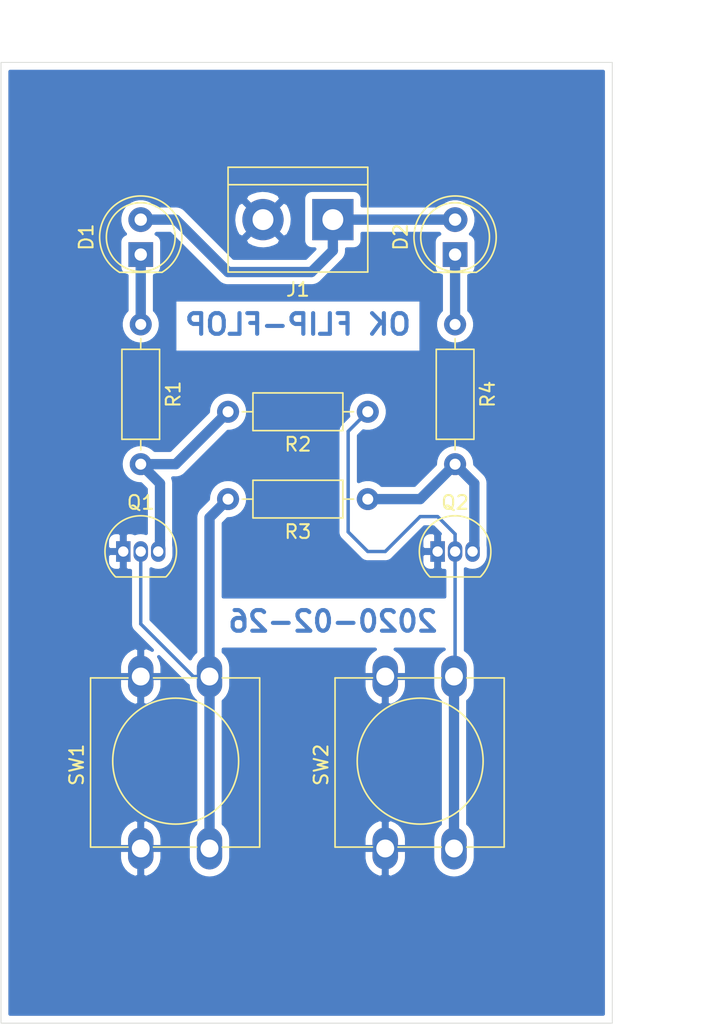
<source format=kicad_pcb>
(kicad_pcb (version 20171130) (host pcbnew "(5.1.4)-1")

  (general
    (thickness 1.6)
    (drawings 8)
    (tracks 38)
    (zones 0)
    (modules 11)
    (nets 9)
  )

  (page A4)
  (layers
    (0 F.Cu signal)
    (31 B.Cu signal)
    (32 B.Adhes user)
    (33 F.Adhes user)
    (34 B.Paste user)
    (35 F.Paste user)
    (36 B.SilkS user)
    (37 F.SilkS user)
    (38 B.Mask user)
    (39 F.Mask user)
    (40 Dwgs.User user)
    (41 Cmts.User user)
    (42 Eco1.User user)
    (43 Eco2.User user)
    (44 Edge.Cuts user)
    (45 Margin user)
    (46 B.CrtYd user)
    (47 F.CrtYd user)
    (48 B.Fab user)
    (49 F.Fab user)
  )

  (setup
    (last_trace_width 0.75)
    (user_trace_width 0.25)
    (trace_clearance 0.5)
    (zone_clearance 0.508)
    (zone_45_only no)
    (trace_min 0.2)
    (via_size 0.8)
    (via_drill 0.4)
    (via_min_size 0.4)
    (via_min_drill 0.3)
    (uvia_size 0.3)
    (uvia_drill 0.1)
    (uvias_allowed no)
    (uvia_min_size 0.2)
    (uvia_min_drill 0.1)
    (edge_width 0.05)
    (segment_width 0.2)
    (pcb_text_width 0.3)
    (pcb_text_size 1.5 1.5)
    (mod_edge_width 0.12)
    (mod_text_size 1 1)
    (mod_text_width 0.15)
    (pad_size 1.524 1.524)
    (pad_drill 0.762)
    (pad_to_mask_clearance 0.051)
    (solder_mask_min_width 0.25)
    (aux_axis_origin 0 0)
    (visible_elements 7FFFFFFF)
    (pcbplotparams
      (layerselection 0x00040_7ffffffe)
      (usegerberextensions false)
      (usegerberattributes false)
      (usegerberadvancedattributes false)
      (creategerberjobfile false)
      (excludeedgelayer true)
      (linewidth 0.100000)
      (plotframeref false)
      (viasonmask false)
      (mode 1)
      (useauxorigin false)
      (hpglpennumber 1)
      (hpglpenspeed 20)
      (hpglpendiameter 15.000000)
      (psnegative false)
      (psa4output false)
      (plotreference true)
      (plotvalue true)
      (plotinvisibletext false)
      (padsonsilk false)
      (subtractmaskfromsilk false)
      (outputformat 5)
      (mirror false)
      (drillshape 1)
      (scaleselection 1)
      (outputdirectory "./"))
  )

  (net 0 "")
  (net 1 VCC)
  (net 2 "Net-(D1-Pad1)")
  (net 3 "Net-(D2-Pad1)")
  (net 4 GND)
  (net 5 "Net-(Q1-Pad3)")
  (net 6 "Net-(Q1-Pad2)")
  (net 7 "Net-(Q2-Pad3)")
  (net 8 "Net-(Q2-Pad2)")

  (net_class Default "This is the default net class."
    (clearance 0.5)
    (trace_width 0.75)
    (via_dia 0.8)
    (via_drill 0.4)
    (uvia_dia 0.3)
    (uvia_drill 0.1)
    (add_net GND)
    (add_net "Net-(D1-Pad1)")
    (add_net "Net-(D2-Pad1)")
    (add_net "Net-(Q1-Pad2)")
    (add_net "Net-(Q1-Pad3)")
    (add_net "Net-(Q2-Pad2)")
    (add_net "Net-(Q2-Pad3)")
    (add_net VCC)
  )

  (module Button_Switch_THT:SW_PUSH-12mm (layer F.Cu) (tedit 5D160D14) (tstamp 5E579362)
    (at 156.21 127 90)
    (descr "SW PUSH 12mm https://www.e-switch.com/system/asset/product_line/data_sheet/143/TL1100.pdf")
    (tags "tact sw push 12mm")
    (path /5E576509)
    (fp_text reference SW2 (at 6.08 -4.66 90) (layer F.SilkS)
      (effects (font (size 1 1) (thickness 0.15)))
    )
    (fp_text value SW_Push (at 6.62 9.93 90) (layer F.Fab)
      (effects (font (size 1 1) (thickness 0.15)))
    )
    (fp_line (start 0.25 8.5) (end 12.25 8.5) (layer F.Fab) (width 0.1))
    (fp_line (start 0.25 -3.5) (end 12.25 -3.5) (layer F.Fab) (width 0.1))
    (fp_line (start 12.25 -3.5) (end 12.25 8.5) (layer F.Fab) (width 0.1))
    (fp_text user %R (at 6.35 2.54 90) (layer F.Fab)
      (effects (font (size 1 1) (thickness 0.15)))
    )
    (fp_line (start 0.1 -3.65) (end 12.4 -3.65) (layer F.SilkS) (width 0.12))
    (fp_line (start 12.4 0.93) (end 12.4 4.07) (layer F.SilkS) (width 0.12))
    (fp_line (start 12.4 8.65) (end 0.1 8.65) (layer F.SilkS) (width 0.12))
    (fp_line (start 0.1 -0.93) (end 0.1 -3.65) (layer F.SilkS) (width 0.12))
    (fp_line (start -1.77 -3.75) (end 14.25 -3.75) (layer F.CrtYd) (width 0.05))
    (fp_line (start -1.77 -3.75) (end -1.77 8.75) (layer F.CrtYd) (width 0.05))
    (fp_line (start 14.25 8.75) (end 14.25 -3.75) (layer F.CrtYd) (width 0.05))
    (fp_line (start 14.25 8.75) (end -1.77 8.75) (layer F.CrtYd) (width 0.05))
    (fp_circle (center 6.35 2.54) (end 10.16 5.08) (layer F.SilkS) (width 0.12))
    (fp_line (start 0.25 -3.5) (end 0.25 8.5) (layer F.Fab) (width 0.1))
    (fp_line (start 0.1 8.65) (end 0.1 5.93) (layer F.SilkS) (width 0.12))
    (fp_line (start 0.1 4.07) (end 0.1 0.93) (layer F.SilkS) (width 0.12))
    (fp_line (start 12.4 5.93) (end 12.4 8.65) (layer F.SilkS) (width 0.12))
    (fp_line (start 12.4 -3.65) (end 12.4 -0.93) (layer F.SilkS) (width 0.12))
    (pad 1 thru_hole oval (at 12.5 0 90) (size 3.048 1.85) (drill 1.3) (layers *.Cu *.Mask)
      (net 4 GND))
    (pad 2 thru_hole oval (at 12.5 5 90) (size 3.048 1.85) (drill 1.3) (layers *.Cu *.Mask)
      (net 8 "Net-(Q2-Pad2)"))
    (pad 1 thru_hole oval (at 0 0 90) (size 3.048 1.85) (drill 1.3) (layers *.Cu *.Mask)
      (net 4 GND))
    (pad 2 thru_hole oval (at 0 5 90) (size 3.048 1.85) (drill 1.3) (layers *.Cu *.Mask)
      (net 8 "Net-(Q2-Pad2)"))
    (model ${KISYS3DMOD}/Button_Switch_THT.3dshapes/SW_PUSH-12mm.wrl
      (at (xyz 0 0 0))
      (scale (xyz 1 1 1))
      (rotate (xyz 0 0 0))
    )
  )

  (module Button_Switch_THT:SW_PUSH-12mm (layer F.Cu) (tedit 5D160D14) (tstamp 5E579348)
    (at 138.43 127 90)
    (descr "SW PUSH 12mm https://www.e-switch.com/system/asset/product_line/data_sheet/143/TL1100.pdf")
    (tags "tact sw push 12mm")
    (path /5E5760AE)
    (fp_text reference SW1 (at 6.08 -4.66 90) (layer F.SilkS)
      (effects (font (size 1 1) (thickness 0.15)))
    )
    (fp_text value SW_Push (at 6.62 9.93 90) (layer F.Fab)
      (effects (font (size 1 1) (thickness 0.15)))
    )
    (fp_line (start 0.25 8.5) (end 12.25 8.5) (layer F.Fab) (width 0.1))
    (fp_line (start 0.25 -3.5) (end 12.25 -3.5) (layer F.Fab) (width 0.1))
    (fp_line (start 12.25 -3.5) (end 12.25 8.5) (layer F.Fab) (width 0.1))
    (fp_text user %R (at 6.35 2.54 90) (layer F.Fab)
      (effects (font (size 1 1) (thickness 0.15)))
    )
    (fp_line (start 0.1 -3.65) (end 12.4 -3.65) (layer F.SilkS) (width 0.12))
    (fp_line (start 12.4 0.93) (end 12.4 4.07) (layer F.SilkS) (width 0.12))
    (fp_line (start 12.4 8.65) (end 0.1 8.65) (layer F.SilkS) (width 0.12))
    (fp_line (start 0.1 -0.93) (end 0.1 -3.65) (layer F.SilkS) (width 0.12))
    (fp_line (start -1.77 -3.75) (end 14.25 -3.75) (layer F.CrtYd) (width 0.05))
    (fp_line (start -1.77 -3.75) (end -1.77 8.75) (layer F.CrtYd) (width 0.05))
    (fp_line (start 14.25 8.75) (end 14.25 -3.75) (layer F.CrtYd) (width 0.05))
    (fp_line (start 14.25 8.75) (end -1.77 8.75) (layer F.CrtYd) (width 0.05))
    (fp_circle (center 6.35 2.54) (end 10.16 5.08) (layer F.SilkS) (width 0.12))
    (fp_line (start 0.25 -3.5) (end 0.25 8.5) (layer F.Fab) (width 0.1))
    (fp_line (start 0.1 8.65) (end 0.1 5.93) (layer F.SilkS) (width 0.12))
    (fp_line (start 0.1 4.07) (end 0.1 0.93) (layer F.SilkS) (width 0.12))
    (fp_line (start 12.4 5.93) (end 12.4 8.65) (layer F.SilkS) (width 0.12))
    (fp_line (start 12.4 -3.65) (end 12.4 -0.93) (layer F.SilkS) (width 0.12))
    (pad 1 thru_hole oval (at 12.5 0 90) (size 3.048 1.85) (drill 1.3) (layers *.Cu *.Mask)
      (net 4 GND))
    (pad 2 thru_hole oval (at 12.5 5 90) (size 3.048 1.85) (drill 1.3) (layers *.Cu *.Mask)
      (net 6 "Net-(Q1-Pad2)"))
    (pad 1 thru_hole oval (at 0 0 90) (size 3.048 1.85) (drill 1.3) (layers *.Cu *.Mask)
      (net 4 GND))
    (pad 2 thru_hole oval (at 0 5 90) (size 3.048 1.85) (drill 1.3) (layers *.Cu *.Mask)
      (net 6 "Net-(Q1-Pad2)"))
    (model ${KISYS3DMOD}/Button_Switch_THT.3dshapes/SW_PUSH-12mm.wrl
      (at (xyz 0 0 0))
      (scale (xyz 1 1 1))
      (rotate (xyz 0 0 0))
    )
  )

  (module Resistor_THT:R_Axial_DIN0207_L6.3mm_D2.5mm_P10.16mm_Horizontal (layer F.Cu) (tedit 5AE5139B) (tstamp 5E57932E)
    (at 161.29 88.9 270)
    (descr "Resistor, Axial_DIN0207 series, Axial, Horizontal, pin pitch=10.16mm, 0.25W = 1/4W, length*diameter=6.3*2.5mm^2, http://cdn-reichelt.de/documents/datenblatt/B400/1_4W%23YAG.pdf")
    (tags "Resistor Axial_DIN0207 series Axial Horizontal pin pitch 10.16mm 0.25W = 1/4W length 6.3mm diameter 2.5mm")
    (path /5E574520)
    (fp_text reference R4 (at 5.08 -2.37 90) (layer F.SilkS)
      (effects (font (size 1 1) (thickness 0.15)))
    )
    (fp_text value 470 (at 5.08 2.37 90) (layer F.Fab)
      (effects (font (size 1 1) (thickness 0.15)))
    )
    (fp_line (start 1.93 -1.25) (end 1.93 1.25) (layer F.Fab) (width 0.1))
    (fp_line (start 1.93 1.25) (end 8.23 1.25) (layer F.Fab) (width 0.1))
    (fp_line (start 8.23 1.25) (end 8.23 -1.25) (layer F.Fab) (width 0.1))
    (fp_line (start 8.23 -1.25) (end 1.93 -1.25) (layer F.Fab) (width 0.1))
    (fp_line (start 0 0) (end 1.93 0) (layer F.Fab) (width 0.1))
    (fp_line (start 10.16 0) (end 8.23 0) (layer F.Fab) (width 0.1))
    (fp_line (start 1.81 -1.37) (end 1.81 1.37) (layer F.SilkS) (width 0.12))
    (fp_line (start 1.81 1.37) (end 8.35 1.37) (layer F.SilkS) (width 0.12))
    (fp_line (start 8.35 1.37) (end 8.35 -1.37) (layer F.SilkS) (width 0.12))
    (fp_line (start 8.35 -1.37) (end 1.81 -1.37) (layer F.SilkS) (width 0.12))
    (fp_line (start 1.04 0) (end 1.81 0) (layer F.SilkS) (width 0.12))
    (fp_line (start 9.12 0) (end 8.35 0) (layer F.SilkS) (width 0.12))
    (fp_line (start -1.05 -1.5) (end -1.05 1.5) (layer F.CrtYd) (width 0.05))
    (fp_line (start -1.05 1.5) (end 11.21 1.5) (layer F.CrtYd) (width 0.05))
    (fp_line (start 11.21 1.5) (end 11.21 -1.5) (layer F.CrtYd) (width 0.05))
    (fp_line (start 11.21 -1.5) (end -1.05 -1.5) (layer F.CrtYd) (width 0.05))
    (fp_text user %R (at 5.08 0 90) (layer F.Fab)
      (effects (font (size 1 1) (thickness 0.15)))
    )
    (pad 1 thru_hole circle (at 0 0 270) (size 1.6 1.6) (drill 0.8) (layers *.Cu *.Mask)
      (net 3 "Net-(D2-Pad1)"))
    (pad 2 thru_hole oval (at 10.16 0 270) (size 1.6 1.6) (drill 0.8) (layers *.Cu *.Mask)
      (net 7 "Net-(Q2-Pad3)"))
    (model ${KISYS3DMOD}/Resistor_THT.3dshapes/R_Axial_DIN0207_L6.3mm_D2.5mm_P10.16mm_Horizontal.wrl
      (at (xyz 0 0 0))
      (scale (xyz 1 1 1))
      (rotate (xyz 0 0 0))
    )
  )

  (module Resistor_THT:R_Axial_DIN0207_L6.3mm_D2.5mm_P10.16mm_Horizontal (layer F.Cu) (tedit 5AE5139B) (tstamp 5E579317)
    (at 154.94 101.6 180)
    (descr "Resistor, Axial_DIN0207 series, Axial, Horizontal, pin pitch=10.16mm, 0.25W = 1/4W, length*diameter=6.3*2.5mm^2, http://cdn-reichelt.de/documents/datenblatt/B400/1_4W%23YAG.pdf")
    (tags "Resistor Axial_DIN0207 series Axial Horizontal pin pitch 10.16mm 0.25W = 1/4W length 6.3mm diameter 2.5mm")
    (path /5E577476)
    (fp_text reference R3 (at 5.08 -2.37) (layer F.SilkS)
      (effects (font (size 1 1) (thickness 0.15)))
    )
    (fp_text value 7k5 (at 5.08 2.37) (layer F.Fab)
      (effects (font (size 1 1) (thickness 0.15)))
    )
    (fp_line (start 1.93 -1.25) (end 1.93 1.25) (layer F.Fab) (width 0.1))
    (fp_line (start 1.93 1.25) (end 8.23 1.25) (layer F.Fab) (width 0.1))
    (fp_line (start 8.23 1.25) (end 8.23 -1.25) (layer F.Fab) (width 0.1))
    (fp_line (start 8.23 -1.25) (end 1.93 -1.25) (layer F.Fab) (width 0.1))
    (fp_line (start 0 0) (end 1.93 0) (layer F.Fab) (width 0.1))
    (fp_line (start 10.16 0) (end 8.23 0) (layer F.Fab) (width 0.1))
    (fp_line (start 1.81 -1.37) (end 1.81 1.37) (layer F.SilkS) (width 0.12))
    (fp_line (start 1.81 1.37) (end 8.35 1.37) (layer F.SilkS) (width 0.12))
    (fp_line (start 8.35 1.37) (end 8.35 -1.37) (layer F.SilkS) (width 0.12))
    (fp_line (start 8.35 -1.37) (end 1.81 -1.37) (layer F.SilkS) (width 0.12))
    (fp_line (start 1.04 0) (end 1.81 0) (layer F.SilkS) (width 0.12))
    (fp_line (start 9.12 0) (end 8.35 0) (layer F.SilkS) (width 0.12))
    (fp_line (start -1.05 -1.5) (end -1.05 1.5) (layer F.CrtYd) (width 0.05))
    (fp_line (start -1.05 1.5) (end 11.21 1.5) (layer F.CrtYd) (width 0.05))
    (fp_line (start 11.21 1.5) (end 11.21 -1.5) (layer F.CrtYd) (width 0.05))
    (fp_line (start 11.21 -1.5) (end -1.05 -1.5) (layer F.CrtYd) (width 0.05))
    (fp_text user %R (at 5.08 0) (layer F.Fab)
      (effects (font (size 1 1) (thickness 0.15)))
    )
    (pad 1 thru_hole circle (at 0 0 180) (size 1.6 1.6) (drill 0.8) (layers *.Cu *.Mask)
      (net 7 "Net-(Q2-Pad3)"))
    (pad 2 thru_hole oval (at 10.16 0 180) (size 1.6 1.6) (drill 0.8) (layers *.Cu *.Mask)
      (net 6 "Net-(Q1-Pad2)"))
    (model ${KISYS3DMOD}/Resistor_THT.3dshapes/R_Axial_DIN0207_L6.3mm_D2.5mm_P10.16mm_Horizontal.wrl
      (at (xyz 0 0 0))
      (scale (xyz 1 1 1))
      (rotate (xyz 0 0 0))
    )
  )

  (module Resistor_THT:R_Axial_DIN0207_L6.3mm_D2.5mm_P10.16mm_Horizontal (layer F.Cu) (tedit 5AE5139B) (tstamp 5E579300)
    (at 154.94 95.25 180)
    (descr "Resistor, Axial_DIN0207 series, Axial, Horizontal, pin pitch=10.16mm, 0.25W = 1/4W, length*diameter=6.3*2.5mm^2, http://cdn-reichelt.de/documents/datenblatt/B400/1_4W%23YAG.pdf")
    (tags "Resistor Axial_DIN0207 series Axial Horizontal pin pitch 10.16mm 0.25W = 1/4W length 6.3mm diameter 2.5mm")
    (path /5E5771F7)
    (fp_text reference R2 (at 5.08 -2.37) (layer F.SilkS)
      (effects (font (size 1 1) (thickness 0.15)))
    )
    (fp_text value 7k5 (at 5.08 2.37) (layer F.Fab)
      (effects (font (size 1 1) (thickness 0.15)))
    )
    (fp_line (start 1.93 -1.25) (end 1.93 1.25) (layer F.Fab) (width 0.1))
    (fp_line (start 1.93 1.25) (end 8.23 1.25) (layer F.Fab) (width 0.1))
    (fp_line (start 8.23 1.25) (end 8.23 -1.25) (layer F.Fab) (width 0.1))
    (fp_line (start 8.23 -1.25) (end 1.93 -1.25) (layer F.Fab) (width 0.1))
    (fp_line (start 0 0) (end 1.93 0) (layer F.Fab) (width 0.1))
    (fp_line (start 10.16 0) (end 8.23 0) (layer F.Fab) (width 0.1))
    (fp_line (start 1.81 -1.37) (end 1.81 1.37) (layer F.SilkS) (width 0.12))
    (fp_line (start 1.81 1.37) (end 8.35 1.37) (layer F.SilkS) (width 0.12))
    (fp_line (start 8.35 1.37) (end 8.35 -1.37) (layer F.SilkS) (width 0.12))
    (fp_line (start 8.35 -1.37) (end 1.81 -1.37) (layer F.SilkS) (width 0.12))
    (fp_line (start 1.04 0) (end 1.81 0) (layer F.SilkS) (width 0.12))
    (fp_line (start 9.12 0) (end 8.35 0) (layer F.SilkS) (width 0.12))
    (fp_line (start -1.05 -1.5) (end -1.05 1.5) (layer F.CrtYd) (width 0.05))
    (fp_line (start -1.05 1.5) (end 11.21 1.5) (layer F.CrtYd) (width 0.05))
    (fp_line (start 11.21 1.5) (end 11.21 -1.5) (layer F.CrtYd) (width 0.05))
    (fp_line (start 11.21 -1.5) (end -1.05 -1.5) (layer F.CrtYd) (width 0.05))
    (fp_text user %R (at 5.08 0) (layer F.Fab)
      (effects (font (size 1 1) (thickness 0.15)))
    )
    (pad 1 thru_hole circle (at 0 0 180) (size 1.6 1.6) (drill 0.8) (layers *.Cu *.Mask)
      (net 8 "Net-(Q2-Pad2)"))
    (pad 2 thru_hole oval (at 10.16 0 180) (size 1.6 1.6) (drill 0.8) (layers *.Cu *.Mask)
      (net 5 "Net-(Q1-Pad3)"))
    (model ${KISYS3DMOD}/Resistor_THT.3dshapes/R_Axial_DIN0207_L6.3mm_D2.5mm_P10.16mm_Horizontal.wrl
      (at (xyz 0 0 0))
      (scale (xyz 1 1 1))
      (rotate (xyz 0 0 0))
    )
  )

  (module Resistor_THT:R_Axial_DIN0207_L6.3mm_D2.5mm_P10.16mm_Horizontal (layer F.Cu) (tedit 5AE5139B) (tstamp 5E5792E9)
    (at 138.43 88.9 270)
    (descr "Resistor, Axial_DIN0207 series, Axial, Horizontal, pin pitch=10.16mm, 0.25W = 1/4W, length*diameter=6.3*2.5mm^2, http://cdn-reichelt.de/documents/datenblatt/B400/1_4W%23YAG.pdf")
    (tags "Resistor Axial_DIN0207 series Axial Horizontal pin pitch 10.16mm 0.25W = 1/4W length 6.3mm diameter 2.5mm")
    (path /5E57415B)
    (fp_text reference R1 (at 5.08 -2.37 90) (layer F.SilkS)
      (effects (font (size 1 1) (thickness 0.15)))
    )
    (fp_text value 470 (at 5.08 2.37 90) (layer F.Fab)
      (effects (font (size 1 1) (thickness 0.15)))
    )
    (fp_line (start 1.93 -1.25) (end 1.93 1.25) (layer F.Fab) (width 0.1))
    (fp_line (start 1.93 1.25) (end 8.23 1.25) (layer F.Fab) (width 0.1))
    (fp_line (start 8.23 1.25) (end 8.23 -1.25) (layer F.Fab) (width 0.1))
    (fp_line (start 8.23 -1.25) (end 1.93 -1.25) (layer F.Fab) (width 0.1))
    (fp_line (start 0 0) (end 1.93 0) (layer F.Fab) (width 0.1))
    (fp_line (start 10.16 0) (end 8.23 0) (layer F.Fab) (width 0.1))
    (fp_line (start 1.81 -1.37) (end 1.81 1.37) (layer F.SilkS) (width 0.12))
    (fp_line (start 1.81 1.37) (end 8.35 1.37) (layer F.SilkS) (width 0.12))
    (fp_line (start 8.35 1.37) (end 8.35 -1.37) (layer F.SilkS) (width 0.12))
    (fp_line (start 8.35 -1.37) (end 1.81 -1.37) (layer F.SilkS) (width 0.12))
    (fp_line (start 1.04 0) (end 1.81 0) (layer F.SilkS) (width 0.12))
    (fp_line (start 9.12 0) (end 8.35 0) (layer F.SilkS) (width 0.12))
    (fp_line (start -1.05 -1.5) (end -1.05 1.5) (layer F.CrtYd) (width 0.05))
    (fp_line (start -1.05 1.5) (end 11.21 1.5) (layer F.CrtYd) (width 0.05))
    (fp_line (start 11.21 1.5) (end 11.21 -1.5) (layer F.CrtYd) (width 0.05))
    (fp_line (start 11.21 -1.5) (end -1.05 -1.5) (layer F.CrtYd) (width 0.05))
    (fp_text user %R (at 5.08 0 90) (layer F.Fab)
      (effects (font (size 1 1) (thickness 0.15)))
    )
    (pad 1 thru_hole circle (at 0 0 270) (size 1.6 1.6) (drill 0.8) (layers *.Cu *.Mask)
      (net 2 "Net-(D1-Pad1)"))
    (pad 2 thru_hole oval (at 10.16 0 270) (size 1.6 1.6) (drill 0.8) (layers *.Cu *.Mask)
      (net 5 "Net-(Q1-Pad3)"))
    (model ${KISYS3DMOD}/Resistor_THT.3dshapes/R_Axial_DIN0207_L6.3mm_D2.5mm_P10.16mm_Horizontal.wrl
      (at (xyz 0 0 0))
      (scale (xyz 1 1 1))
      (rotate (xyz 0 0 0))
    )
  )

  (module Package_TO_SOT_THT:TO-92_Inline (layer F.Cu) (tedit 5A1DD157) (tstamp 5E5792D2)
    (at 160.02 105.41)
    (descr "TO-92 leads in-line, narrow, oval pads, drill 0.75mm (see NXP sot054_po.pdf)")
    (tags "to-92 sc-43 sc-43a sot54 PA33 transistor")
    (path /5E57503C)
    (fp_text reference Q2 (at 1.27 -3.56) (layer F.SilkS)
      (effects (font (size 1 1) (thickness 0.15)))
    )
    (fp_text value 2N7000 (at 1.27 2.79) (layer F.Fab)
      (effects (font (size 1 1) (thickness 0.15)))
    )
    (fp_text user %R (at 1.27 -3.56) (layer F.Fab)
      (effects (font (size 1 1) (thickness 0.15)))
    )
    (fp_line (start -0.53 1.85) (end 3.07 1.85) (layer F.SilkS) (width 0.12))
    (fp_line (start -0.5 1.75) (end 3 1.75) (layer F.Fab) (width 0.1))
    (fp_line (start -1.46 -2.73) (end 4 -2.73) (layer F.CrtYd) (width 0.05))
    (fp_line (start -1.46 -2.73) (end -1.46 2.01) (layer F.CrtYd) (width 0.05))
    (fp_line (start 4 2.01) (end 4 -2.73) (layer F.CrtYd) (width 0.05))
    (fp_line (start 4 2.01) (end -1.46 2.01) (layer F.CrtYd) (width 0.05))
    (fp_arc (start 1.27 0) (end 1.27 -2.48) (angle 135) (layer F.Fab) (width 0.1))
    (fp_arc (start 1.27 0) (end 1.27 -2.6) (angle -135) (layer F.SilkS) (width 0.12))
    (fp_arc (start 1.27 0) (end 1.27 -2.48) (angle -135) (layer F.Fab) (width 0.1))
    (fp_arc (start 1.27 0) (end 1.27 -2.6) (angle 135) (layer F.SilkS) (width 0.12))
    (pad 2 thru_hole oval (at 1.27 0) (size 1.05 1.5) (drill 0.75) (layers *.Cu *.Mask)
      (net 8 "Net-(Q2-Pad2)"))
    (pad 3 thru_hole oval (at 2.54 0) (size 1.05 1.5) (drill 0.75) (layers *.Cu *.Mask)
      (net 7 "Net-(Q2-Pad3)"))
    (pad 1 thru_hole rect (at 0 0) (size 1.05 1.5) (drill 0.75) (layers *.Cu *.Mask)
      (net 4 GND))
    (model ${KISYS3DMOD}/Package_TO_SOT_THT.3dshapes/TO-92_Inline.wrl
      (at (xyz 0 0 0))
      (scale (xyz 1 1 1))
      (rotate (xyz 0 0 0))
    )
  )

  (module Package_TO_SOT_THT:TO-92_Inline (layer F.Cu) (tedit 5A1DD157) (tstamp 5E5792C0)
    (at 137.16 105.41)
    (descr "TO-92 leads in-line, narrow, oval pads, drill 0.75mm (see NXP sot054_po.pdf)")
    (tags "to-92 sc-43 sc-43a sot54 PA33 transistor")
    (path /5E5757F9)
    (fp_text reference Q1 (at 1.27 -3.56) (layer F.SilkS)
      (effects (font (size 1 1) (thickness 0.15)))
    )
    (fp_text value 2N7000 (at 1.27 2.79) (layer F.Fab)
      (effects (font (size 1 1) (thickness 0.15)))
    )
    (fp_text user %R (at 1.27 -3.56) (layer F.Fab)
      (effects (font (size 1 1) (thickness 0.15)))
    )
    (fp_line (start -0.53 1.85) (end 3.07 1.85) (layer F.SilkS) (width 0.12))
    (fp_line (start -0.5 1.75) (end 3 1.75) (layer F.Fab) (width 0.1))
    (fp_line (start -1.46 -2.73) (end 4 -2.73) (layer F.CrtYd) (width 0.05))
    (fp_line (start -1.46 -2.73) (end -1.46 2.01) (layer F.CrtYd) (width 0.05))
    (fp_line (start 4 2.01) (end 4 -2.73) (layer F.CrtYd) (width 0.05))
    (fp_line (start 4 2.01) (end -1.46 2.01) (layer F.CrtYd) (width 0.05))
    (fp_arc (start 1.27 0) (end 1.27 -2.48) (angle 135) (layer F.Fab) (width 0.1))
    (fp_arc (start 1.27 0) (end 1.27 -2.6) (angle -135) (layer F.SilkS) (width 0.12))
    (fp_arc (start 1.27 0) (end 1.27 -2.48) (angle -135) (layer F.Fab) (width 0.1))
    (fp_arc (start 1.27 0) (end 1.27 -2.6) (angle 135) (layer F.SilkS) (width 0.12))
    (pad 2 thru_hole oval (at 1.27 0) (size 1.05 1.5) (drill 0.75) (layers *.Cu *.Mask)
      (net 6 "Net-(Q1-Pad2)"))
    (pad 3 thru_hole oval (at 2.54 0) (size 1.05 1.5) (drill 0.75) (layers *.Cu *.Mask)
      (net 5 "Net-(Q1-Pad3)"))
    (pad 1 thru_hole rect (at 0 0) (size 1.05 1.5) (drill 0.75) (layers *.Cu *.Mask)
      (net 4 GND))
    (model ${KISYS3DMOD}/Package_TO_SOT_THT.3dshapes/TO-92_Inline.wrl
      (at (xyz 0 0 0))
      (scale (xyz 1 1 1))
      (rotate (xyz 0 0 0))
    )
  )

  (module TerminalBlock:TerminalBlock_bornier-2_P5.08mm (layer F.Cu) (tedit 59FF03AB) (tstamp 5E5792AE)
    (at 152.4 81.28 180)
    (descr "simple 2-pin terminal block, pitch 5.08mm, revamped version of bornier2")
    (tags "terminal block bornier2")
    (path /5E58275F)
    (fp_text reference J1 (at 2.54 -5.08) (layer F.SilkS)
      (effects (font (size 1 1) (thickness 0.15)))
    )
    (fp_text value Screw_Terminal_01x02 (at 2.54 5.08) (layer F.Fab)
      (effects (font (size 1 1) (thickness 0.15)))
    )
    (fp_text user %R (at 2.54 0) (layer F.Fab)
      (effects (font (size 1 1) (thickness 0.15)))
    )
    (fp_line (start -2.41 2.55) (end 7.49 2.55) (layer F.Fab) (width 0.1))
    (fp_line (start -2.46 -3.75) (end -2.46 3.75) (layer F.Fab) (width 0.1))
    (fp_line (start -2.46 3.75) (end 7.54 3.75) (layer F.Fab) (width 0.1))
    (fp_line (start 7.54 3.75) (end 7.54 -3.75) (layer F.Fab) (width 0.1))
    (fp_line (start 7.54 -3.75) (end -2.46 -3.75) (layer F.Fab) (width 0.1))
    (fp_line (start 7.62 2.54) (end -2.54 2.54) (layer F.SilkS) (width 0.12))
    (fp_line (start 7.62 3.81) (end 7.62 -3.81) (layer F.SilkS) (width 0.12))
    (fp_line (start 7.62 -3.81) (end -2.54 -3.81) (layer F.SilkS) (width 0.12))
    (fp_line (start -2.54 -3.81) (end -2.54 3.81) (layer F.SilkS) (width 0.12))
    (fp_line (start -2.54 3.81) (end 7.62 3.81) (layer F.SilkS) (width 0.12))
    (fp_line (start -2.71 -4) (end 7.79 -4) (layer F.CrtYd) (width 0.05))
    (fp_line (start -2.71 -4) (end -2.71 4) (layer F.CrtYd) (width 0.05))
    (fp_line (start 7.79 4) (end 7.79 -4) (layer F.CrtYd) (width 0.05))
    (fp_line (start 7.79 4) (end -2.71 4) (layer F.CrtYd) (width 0.05))
    (pad 1 thru_hole rect (at 0 0 180) (size 3 3) (drill 1.52) (layers *.Cu *.Mask)
      (net 1 VCC))
    (pad 2 thru_hole circle (at 5.08 0 180) (size 3 3) (drill 1.52) (layers *.Cu *.Mask)
      (net 4 GND))
    (model ${KISYS3DMOD}/TerminalBlock.3dshapes/TerminalBlock_bornier-2_P5.08mm.wrl
      (offset (xyz 2.539999961853027 0 0))
      (scale (xyz 1 1 1))
      (rotate (xyz 0 0 0))
    )
  )

  (module LED_THT:LED_D5.0mm (layer F.Cu) (tedit 5995936A) (tstamp 5E5799F9)
    (at 161.29 83.82 90)
    (descr "LED, diameter 5.0mm, 2 pins, http://cdn-reichelt.de/documents/datenblatt/A500/LL-504BC2E-009.pdf")
    (tags "LED diameter 5.0mm 2 pins")
    (path /5E573DDA)
    (fp_text reference D2 (at 1.27 -3.96 90) (layer F.SilkS)
      (effects (font (size 1 1) (thickness 0.15)))
    )
    (fp_text value LED (at 1.27 3.96 90) (layer F.Fab)
      (effects (font (size 1 1) (thickness 0.15)))
    )
    (fp_arc (start 1.27 0) (end -1.23 -1.469694) (angle 299.1) (layer F.Fab) (width 0.1))
    (fp_arc (start 1.27 0) (end -1.29 -1.54483) (angle 148.9) (layer F.SilkS) (width 0.12))
    (fp_arc (start 1.27 0) (end -1.29 1.54483) (angle -148.9) (layer F.SilkS) (width 0.12))
    (fp_circle (center 1.27 0) (end 3.77 0) (layer F.Fab) (width 0.1))
    (fp_circle (center 1.27 0) (end 3.77 0) (layer F.SilkS) (width 0.12))
    (fp_line (start -1.23 -1.469694) (end -1.23 1.469694) (layer F.Fab) (width 0.1))
    (fp_line (start -1.29 -1.545) (end -1.29 1.545) (layer F.SilkS) (width 0.12))
    (fp_line (start -1.95 -3.25) (end -1.95 3.25) (layer F.CrtYd) (width 0.05))
    (fp_line (start -1.95 3.25) (end 4.5 3.25) (layer F.CrtYd) (width 0.05))
    (fp_line (start 4.5 3.25) (end 4.5 -3.25) (layer F.CrtYd) (width 0.05))
    (fp_line (start 4.5 -3.25) (end -1.95 -3.25) (layer F.CrtYd) (width 0.05))
    (fp_text user %R (at 1.25 0 90) (layer F.Fab)
      (effects (font (size 0.8 0.8) (thickness 0.2)))
    )
    (pad 1 thru_hole rect (at 0 0 90) (size 1.8 1.8) (drill 0.9) (layers *.Cu *.Mask)
      (net 3 "Net-(D2-Pad1)"))
    (pad 2 thru_hole circle (at 2.54 0 90) (size 1.8 1.8) (drill 0.9) (layers *.Cu *.Mask)
      (net 1 VCC))
    (model ${KISYS3DMOD}/LED_THT.3dshapes/LED_D5.0mm.wrl
      (at (xyz 0 0 0))
      (scale (xyz 1 1 1))
      (rotate (xyz 0 0 0))
    )
  )

  (module LED_THT:LED_D5.0mm (layer F.Cu) (tedit 5995936A) (tstamp 5E579D9D)
    (at 138.43 83.82 90)
    (descr "LED, diameter 5.0mm, 2 pins, http://cdn-reichelt.de/documents/datenblatt/A500/LL-504BC2E-009.pdf")
    (tags "LED diameter 5.0mm 2 pins")
    (path /5E573BF5)
    (fp_text reference D1 (at 1.27 -3.96 90) (layer F.SilkS)
      (effects (font (size 1 1) (thickness 0.15)))
    )
    (fp_text value LED (at 1.27 3.96 90) (layer F.Fab)
      (effects (font (size 1 1) (thickness 0.15)))
    )
    (fp_arc (start 1.27 0) (end -1.23 -1.469694) (angle 299.1) (layer F.Fab) (width 0.1))
    (fp_arc (start 1.27 0) (end -1.29 -1.54483) (angle 148.9) (layer F.SilkS) (width 0.12))
    (fp_arc (start 1.27 0) (end -1.29 1.54483) (angle -148.9) (layer F.SilkS) (width 0.12))
    (fp_circle (center 1.27 0) (end 3.77 0) (layer F.Fab) (width 0.1))
    (fp_circle (center 1.27 0) (end 3.77 0) (layer F.SilkS) (width 0.12))
    (fp_line (start -1.23 -1.469694) (end -1.23 1.469694) (layer F.Fab) (width 0.1))
    (fp_line (start -1.29 -1.545) (end -1.29 1.545) (layer F.SilkS) (width 0.12))
    (fp_line (start -1.95 -3.25) (end -1.95 3.25) (layer F.CrtYd) (width 0.05))
    (fp_line (start -1.95 3.25) (end 4.5 3.25) (layer F.CrtYd) (width 0.05))
    (fp_line (start 4.5 3.25) (end 4.5 -3.25) (layer F.CrtYd) (width 0.05))
    (fp_line (start 4.5 -3.25) (end -1.95 -3.25) (layer F.CrtYd) (width 0.05))
    (fp_text user %R (at 1.25 0 90) (layer F.Fab)
      (effects (font (size 0.8 0.8) (thickness 0.2)))
    )
    (pad 1 thru_hole rect (at 0 0 90) (size 1.8 1.8) (drill 0.9) (layers *.Cu *.Mask)
      (net 2 "Net-(D1-Pad1)"))
    (pad 2 thru_hole circle (at 2.54 0 90) (size 1.8 1.8) (drill 0.9) (layers *.Cu *.Mask)
      (net 1 VCC))
    (model ${KISYS3DMOD}/LED_THT.3dshapes/LED_D5.0mm.wrl
      (at (xyz 0 0 0))
      (scale (xyz 1 1 1))
      (rotate (xyz 0 0 0))
    )
  )

  (gr_text 2020-02-26 (at 152.4 110.49) (layer B.Cu)
    (effects (font (size 1.5 1.5) (thickness 0.3)) (justify mirror))
  )
  (gr_text "OK FLIP-FLOP" (at 149.86 88.9) (layer B.Cu)
    (effects (font (size 1.5 1.5) (thickness 0.3)) (justify mirror))
  )
  (gr_line (start 128.27 139.7) (end 128.27 69.85) (layer Edge.Cuts) (width 0.05) (tstamp 5E579F66))
  (gr_line (start 172.72 139.7) (end 128.27 139.7) (layer Edge.Cuts) (width 0.05))
  (gr_line (start 172.72 69.85) (end 172.72 139.7) (layer Edge.Cuts) (width 0.05))
  (gr_line (start 128.27 69.85) (end 172.72 69.85) (layer Edge.Cuts) (width 0.05))
  (dimension 69.85 (width 0.15) (layer Dwgs.User)
    (gr_text "69.850 mm" (at 177.83 104.775 270) (layer Dwgs.User)
      (effects (font (size 1 1) (thickness 0.15)))
    )
    (feature1 (pts (xy 172.72 139.7) (xy 177.116421 139.7)))
    (feature2 (pts (xy 172.72 69.85) (xy 177.116421 69.85)))
    (crossbar (pts (xy 176.53 69.85) (xy 176.53 139.7)))
    (arrow1a (pts (xy 176.53 139.7) (xy 175.943579 138.573496)))
    (arrow1b (pts (xy 176.53 139.7) (xy 177.116421 138.573496)))
    (arrow2a (pts (xy 176.53 69.85) (xy 175.943579 70.976504)))
    (arrow2b (pts (xy 176.53 69.85) (xy 177.116421 70.976504)))
  )
  (dimension 44.45 (width 0.15) (layer Dwgs.User)
    (gr_text "44.450 mm" (at 150.495 66.01) (layer Dwgs.User)
      (effects (font (size 1 1) (thickness 0.15)))
    )
    (feature1 (pts (xy 172.72 69.85) (xy 172.72 66.723579)))
    (feature2 (pts (xy 128.27 69.85) (xy 128.27 66.723579)))
    (crossbar (pts (xy 128.27 67.31) (xy 172.72 67.31)))
    (arrow1a (pts (xy 172.72 67.31) (xy 171.593496 67.896421)))
    (arrow1b (pts (xy 172.72 67.31) (xy 171.593496 66.723579)))
    (arrow2a (pts (xy 128.27 67.31) (xy 129.396504 67.896421)))
    (arrow2b (pts (xy 128.27 67.31) (xy 129.396504 66.723579)))
  )

  (segment (start 152.4 81.28) (end 161.29 81.28) (width 0.75) (layer B.Cu) (net 1))
  (segment (start 152.4 83.53) (end 150.84 85.09) (width 0.75) (layer B.Cu) (net 1))
  (segment (start 152.4 81.28) (end 152.4 83.53) (width 0.75) (layer B.Cu) (net 1))
  (segment (start 150.84 85.09) (end 144.78 85.09) (width 0.75) (layer B.Cu) (net 1))
  (segment (start 140.97 81.28) (end 138.43 81.28) (width 0.75) (layer B.Cu) (net 1))
  (segment (start 144.78 85.09) (end 140.97 81.28) (width 0.75) (layer B.Cu) (net 1))
  (segment (start 138.43 88.9) (end 138.43 83.82) (width 0.75) (layer B.Cu) (net 2))
  (segment (start 161.29 88.9) (end 161.29 83.82) (width 0.75) (layer B.Cu) (net 3))
  (segment (start 139.83001 104.605097) (end 139.83001 105.41) (width 0.75) (layer B.Cu) (net 5))
  (segment (start 138.43 99.06) (end 139.83001 100.46001) (width 0.75) (layer B.Cu) (net 5))
  (segment (start 139.83001 100.46001) (end 139.83001 104.605097) (width 0.75) (layer B.Cu) (net 5))
  (segment (start 140.97 99.06) (end 144.78 95.25) (width 0.75) (layer B.Cu) (net 5))
  (segment (start 138.43 99.06) (end 140.97 99.06) (width 0.75) (layer B.Cu) (net 5))
  (segment (start 143.43 116.774) (end 143.43 127) (width 0.75) (layer B.Cu) (net 6))
  (segment (start 143.43 114.5) (end 143.43 116.774) (width 0.75) (layer B.Cu) (net 6))
  (segment (start 142.255 114.5) (end 143.43 114.5) (width 0.25) (layer B.Cu) (net 6))
  (segment (start 138.43 110.675) (end 142.255 114.5) (width 0.25) (layer B.Cu) (net 6))
  (segment (start 138.43 105.41) (end 138.43 110.675) (width 0.25) (layer B.Cu) (net 6))
  (segment (start 143.43 102.95) (end 144.78 101.6) (width 0.75) (layer B.Cu) (net 6))
  (segment (start 143.43 114.5) (end 143.43 102.95) (width 0.75) (layer B.Cu) (net 6))
  (segment (start 158.75 101.6) (end 161.29 99.06) (width 0.75) (layer B.Cu) (net 7))
  (segment (start 154.94 101.6) (end 158.75 101.6) (width 0.75) (layer B.Cu) (net 7))
  (segment (start 162.69001 104.605097) (end 162.69001 105.41) (width 0.75) (layer B.Cu) (net 7))
  (segment (start 161.29 99.06) (end 162.69001 100.46001) (width 0.75) (layer B.Cu) (net 7))
  (segment (start 162.69001 100.46001) (end 162.69001 104.605097) (width 0.75) (layer B.Cu) (net 7))
  (segment (start 161.21 116.774) (end 161.21 127) (width 0.75) (layer B.Cu) (net 8))
  (segment (start 161.21 114.5) (end 161.21 116.774) (width 0.75) (layer B.Cu) (net 8))
  (segment (start 161.29 114.42) (end 161.21 114.5) (width 0.25) (layer B.Cu) (net 8))
  (segment (start 161.29 105.41) (end 161.29 114.42) (width 0.25) (layer B.Cu) (net 8))
  (segment (start 154.140001 96.049999) (end 154.94 95.25) (width 0.25) (layer B.Cu) (net 8))
  (segment (start 153.514999 96.675001) (end 154.140001 96.049999) (width 0.25) (layer B.Cu) (net 8))
  (segment (start 153.514999 103.984999) (end 153.514999 96.675001) (width 0.25) (layer B.Cu) (net 8))
  (segment (start 161.29 105.41) (end 161.29 104.14) (width 0.25) (layer B.Cu) (net 8))
  (segment (start 161.29 104.14) (end 160.02 102.87) (width 0.25) (layer B.Cu) (net 8))
  (segment (start 160.02 102.87) (end 158.75 102.87) (width 0.25) (layer B.Cu) (net 8))
  (segment (start 158.75 102.87) (end 156.21 105.41) (width 0.25) (layer B.Cu) (net 8))
  (segment (start 156.21 105.41) (end 154.94 105.41) (width 0.25) (layer B.Cu) (net 8))
  (segment (start 154.94 105.41) (end 153.514999 103.984999) (width 0.25) (layer B.Cu) (net 8))

  (zone (net 4) (net_name GND) (layer B.Cu) (tstamp 5E5F36C1) (hatch edge 0.508)
    (connect_pads (clearance 0.508))
    (min_thickness 0.254)
    (fill yes (arc_segments 32) (thermal_gap 0.508) (thermal_bridge_width 0.508))
    (polygon
      (pts
        (xy 128.27 69.85) (xy 172.72 69.85) (xy 172.72 139.7) (xy 128.27 139.7)
      )
    )
    (filled_polygon
      (pts
        (xy 172.060001 139.04) (xy 128.93 139.04) (xy 128.93 127.127) (xy 136.87 127.127) (xy 136.87 127.726)
        (xy 136.924751 128.027901) (xy 137.037348 128.313319) (xy 137.203464 128.571286) (xy 137.416715 128.791889) (xy 137.668906 128.96665)
        (xy 137.950345 129.088853) (xy 138.061336 129.114812) (xy 138.303 128.994483) (xy 138.303 127.127) (xy 138.557 127.127)
        (xy 138.557 128.994483) (xy 138.798664 129.114812) (xy 138.909655 129.088853) (xy 139.191094 128.96665) (xy 139.443285 128.791889)
        (xy 139.656536 128.571286) (xy 139.822652 128.313319) (xy 139.935249 128.027901) (xy 139.99 127.726) (xy 139.99 127.127)
        (xy 138.557 127.127) (xy 138.303 127.127) (xy 136.87 127.127) (xy 128.93 127.127) (xy 128.93 126.274)
        (xy 136.87 126.274) (xy 136.87 126.873) (xy 138.303 126.873) (xy 138.303 125.005517) (xy 138.557 125.005517)
        (xy 138.557 126.873) (xy 139.99 126.873) (xy 139.99 126.274) (xy 139.935249 125.972099) (xy 139.822652 125.686681)
        (xy 139.656536 125.428714) (xy 139.443285 125.208111) (xy 139.191094 125.03335) (xy 138.909655 124.911147) (xy 138.798664 124.885188)
        (xy 138.557 125.005517) (xy 138.303 125.005517) (xy 138.061336 124.885188) (xy 137.950345 124.911147) (xy 137.668906 125.03335)
        (xy 137.416715 125.208111) (xy 137.203464 125.428714) (xy 137.037348 125.686681) (xy 136.924751 125.972099) (xy 136.87 126.274)
        (xy 128.93 126.274) (xy 128.93 114.627) (xy 136.87 114.627) (xy 136.87 115.226) (xy 136.924751 115.527901)
        (xy 137.037348 115.813319) (xy 137.203464 116.071286) (xy 137.416715 116.291889) (xy 137.668906 116.46665) (xy 137.950345 116.588853)
        (xy 138.061336 116.614812) (xy 138.303 116.494483) (xy 138.303 114.627) (xy 138.557 114.627) (xy 138.557 116.494483)
        (xy 138.798664 116.614812) (xy 138.909655 116.588853) (xy 139.191094 116.46665) (xy 139.443285 116.291889) (xy 139.656536 116.071286)
        (xy 139.822652 115.813319) (xy 139.935249 115.527901) (xy 139.99 115.226) (xy 139.99 114.627) (xy 138.557 114.627)
        (xy 138.303 114.627) (xy 136.87 114.627) (xy 128.93 114.627) (xy 128.93 113.774) (xy 136.87 113.774)
        (xy 136.87 114.373) (xy 138.303 114.373) (xy 138.303 112.505517) (xy 138.061336 112.385188) (xy 137.950345 112.411147)
        (xy 137.668906 112.53335) (xy 137.416715 112.708111) (xy 137.203464 112.928714) (xy 137.037348 113.186681) (xy 136.924751 113.472099)
        (xy 136.87 113.774) (xy 128.93 113.774) (xy 128.93 106.16) (xy 135.996928 106.16) (xy 136.009188 106.284482)
        (xy 136.045498 106.40418) (xy 136.104463 106.514494) (xy 136.183815 106.611185) (xy 136.280506 106.690537) (xy 136.39082 106.749502)
        (xy 136.510518 106.785812) (xy 136.635 106.798072) (xy 136.87425 106.795) (xy 137.033 106.63625) (xy 137.033 105.537)
        (xy 136.15875 105.537) (xy 136 105.69575) (xy 135.996928 106.16) (xy 128.93 106.16) (xy 128.93 104.66)
        (xy 135.996928 104.66) (xy 136 105.12425) (xy 136.15875 105.283) (xy 137.033 105.283) (xy 137.033 104.18375)
        (xy 136.87425 104.025) (xy 136.635 104.021928) (xy 136.510518 104.034188) (xy 136.39082 104.070498) (xy 136.280506 104.129463)
        (xy 136.183815 104.208815) (xy 136.104463 104.305506) (xy 136.045498 104.41582) (xy 136.009188 104.535518) (xy 135.996928 104.66)
        (xy 128.93 104.66) (xy 128.93 99.06) (xy 136.988057 99.06) (xy 137.015764 99.341309) (xy 137.097818 99.611808)
        (xy 137.231068 99.861101) (xy 137.410392 100.079608) (xy 137.628899 100.258932) (xy 137.878192 100.392182) (xy 138.148691 100.474236)
        (xy 138.359508 100.495) (xy 138.436645 100.495) (xy 138.82001 100.878365) (xy 138.820011 104.091113) (xy 138.657399 104.041785)
        (xy 138.43 104.019388) (xy 138.2026 104.041785) (xy 137.993902 104.105093) (xy 137.92918 104.070498) (xy 137.809482 104.034188)
        (xy 137.685 104.021928) (xy 137.44575 104.025) (xy 137.287 104.18375) (xy 137.287 104.956892) (xy 137.286785 104.957601)
        (xy 137.27 105.128022) (xy 137.27 105.691979) (xy 137.286785 105.8624) (xy 137.287 105.863109) (xy 137.287 106.63625)
        (xy 137.44575 106.795) (xy 137.67 106.797879) (xy 137.670001 110.637668) (xy 137.666324 110.675) (xy 137.680998 110.823985)
        (xy 137.724454 110.967246) (xy 137.795026 111.099276) (xy 137.866201 111.186002) (xy 137.89 111.215001) (xy 137.918998 111.238799)
        (xy 139.264229 112.584031) (xy 139.191094 112.53335) (xy 138.909655 112.411147) (xy 138.798664 112.385188) (xy 138.557 112.505517)
        (xy 138.557 114.373) (xy 139.99 114.373) (xy 139.99 113.774) (xy 139.935249 113.472099) (xy 139.822652 113.186681)
        (xy 139.742665 113.062466) (xy 141.691201 115.011003) (xy 141.714999 115.040001) (xy 141.743997 115.063799) (xy 141.830723 115.134974)
        (xy 141.87 115.155968) (xy 141.87 115.175636) (xy 141.892572 115.404813) (xy 141.981774 115.698875) (xy 142.126632 115.969883)
        (xy 142.321577 116.207424) (xy 142.420001 116.288198) (xy 142.420001 116.724383) (xy 142.42 116.724393) (xy 142.420001 125.211801)
        (xy 142.321576 125.292576) (xy 142.126631 125.530118) (xy 141.981774 125.801126) (xy 141.892572 126.095188) (xy 141.87 126.324365)
        (xy 141.87 127.675636) (xy 141.892572 127.904813) (xy 141.981774 128.198875) (xy 142.126632 128.469883) (xy 142.321577 128.707424)
        (xy 142.559118 128.902369) (xy 142.830126 129.047226) (xy 143.124188 129.136428) (xy 143.43 129.166548) (xy 143.735813 129.136428)
        (xy 144.029875 129.047226) (xy 144.300883 128.902369) (xy 144.538424 128.707424) (xy 144.733369 128.469883) (xy 144.878226 128.198875)
        (xy 144.967428 127.904813) (xy 144.99 127.675636) (xy 144.99 127.127) (xy 154.65 127.127) (xy 154.65 127.726)
        (xy 154.704751 128.027901) (xy 154.817348 128.313319) (xy 154.983464 128.571286) (xy 155.196715 128.791889) (xy 155.448906 128.96665)
        (xy 155.730345 129.088853) (xy 155.841336 129.114812) (xy 156.083 128.994483) (xy 156.083 127.127) (xy 156.337 127.127)
        (xy 156.337 128.994483) (xy 156.578664 129.114812) (xy 156.689655 129.088853) (xy 156.971094 128.96665) (xy 157.223285 128.791889)
        (xy 157.436536 128.571286) (xy 157.602652 128.313319) (xy 157.715249 128.027901) (xy 157.77 127.726) (xy 157.77 127.127)
        (xy 156.337 127.127) (xy 156.083 127.127) (xy 154.65 127.127) (xy 144.99 127.127) (xy 144.99 126.324364)
        (xy 144.98504 126.274) (xy 154.65 126.274) (xy 154.65 126.873) (xy 156.083 126.873) (xy 156.083 125.005517)
        (xy 156.337 125.005517) (xy 156.337 126.873) (xy 157.77 126.873) (xy 157.77 126.274) (xy 157.715249 125.972099)
        (xy 157.602652 125.686681) (xy 157.436536 125.428714) (xy 157.223285 125.208111) (xy 156.971094 125.03335) (xy 156.689655 124.911147)
        (xy 156.578664 124.885188) (xy 156.337 125.005517) (xy 156.083 125.005517) (xy 155.841336 124.885188) (xy 155.730345 124.911147)
        (xy 155.448906 125.03335) (xy 155.196715 125.208111) (xy 154.983464 125.428714) (xy 154.817348 125.686681) (xy 154.704751 125.972099)
        (xy 154.65 126.274) (xy 144.98504 126.274) (xy 144.967428 126.095187) (xy 144.878226 125.801125) (xy 144.733369 125.530117)
        (xy 144.538424 125.292576) (xy 144.44 125.211802) (xy 144.44 116.288199) (xy 144.538424 116.207424) (xy 144.733369 115.969883)
        (xy 144.878226 115.698875) (xy 144.967428 115.404813) (xy 144.99 115.175636) (xy 144.99 114.627) (xy 154.65 114.627)
        (xy 154.65 115.226) (xy 154.704751 115.527901) (xy 154.817348 115.813319) (xy 154.983464 116.071286) (xy 155.196715 116.291889)
        (xy 155.448906 116.46665) (xy 155.730345 116.588853) (xy 155.841336 116.614812) (xy 156.083 116.494483) (xy 156.083 114.627)
        (xy 156.337 114.627) (xy 156.337 116.494483) (xy 156.578664 116.614812) (xy 156.689655 116.588853) (xy 156.971094 116.46665)
        (xy 157.223285 116.291889) (xy 157.436536 116.071286) (xy 157.602652 115.813319) (xy 157.715249 115.527901) (xy 157.77 115.226)
        (xy 157.77 114.627) (xy 156.337 114.627) (xy 156.083 114.627) (xy 154.65 114.627) (xy 144.99 114.627)
        (xy 144.99 113.824364) (xy 144.967428 113.595187) (xy 144.878226 113.301125) (xy 144.733369 113.030117) (xy 144.538424 112.792576)
        (xy 144.44 112.711802) (xy 144.44 112.52) (xy 155.479652 112.52) (xy 155.448906 112.53335) (xy 155.196715 112.708111)
        (xy 154.983464 112.928714) (xy 154.817348 113.186681) (xy 154.704751 113.472099) (xy 154.65 113.774) (xy 154.65 114.373)
        (xy 156.083 114.373) (xy 156.083 114.353) (xy 156.337 114.353) (xy 156.337 114.373) (xy 157.77 114.373)
        (xy 157.77 113.774) (xy 157.715249 113.472099) (xy 157.602652 113.186681) (xy 157.436536 112.928714) (xy 157.223285 112.708111)
        (xy 156.971094 112.53335) (xy 156.940348 112.52) (xy 160.484354 112.52) (xy 160.339117 112.597631) (xy 160.101576 112.792576)
        (xy 159.906631 113.030118) (xy 159.761774 113.301126) (xy 159.672572 113.595188) (xy 159.65 113.824365) (xy 159.65 115.175636)
        (xy 159.672572 115.404813) (xy 159.761774 115.698875) (xy 159.906632 115.969883) (xy 160.101577 116.207424) (xy 160.200001 116.288198)
        (xy 160.200001 116.724383) (xy 160.2 116.724393) (xy 160.200001 125.211801) (xy 160.101576 125.292576) (xy 159.906631 125.530118)
        (xy 159.761774 125.801126) (xy 159.672572 126.095188) (xy 159.65 126.324365) (xy 159.65 127.675636) (xy 159.672572 127.904813)
        (xy 159.761774 128.198875) (xy 159.906632 128.469883) (xy 160.101577 128.707424) (xy 160.339118 128.902369) (xy 160.610126 129.047226)
        (xy 160.904188 129.136428) (xy 161.21 129.166548) (xy 161.515813 129.136428) (xy 161.809875 129.047226) (xy 162.080883 128.902369)
        (xy 162.318424 128.707424) (xy 162.513369 128.469883) (xy 162.658226 128.198875) (xy 162.747428 127.904813) (xy 162.77 127.675636)
        (xy 162.77 126.324364) (xy 162.747428 126.095187) (xy 162.658226 125.801125) (xy 162.513369 125.530117) (xy 162.318424 125.292576)
        (xy 162.22 125.211802) (xy 162.22 116.288199) (xy 162.318424 116.207424) (xy 162.513369 115.969883) (xy 162.658226 115.698875)
        (xy 162.747428 115.404813) (xy 162.77 115.175636) (xy 162.77 113.824364) (xy 162.747428 113.595187) (xy 162.658226 113.301125)
        (xy 162.513369 113.030117) (xy 162.318424 112.792576) (xy 162.080882 112.597631) (xy 162.05 112.581124) (xy 162.05 106.677708)
        (xy 162.113941 106.711885) (xy 162.332601 106.778215) (xy 162.56 106.800612) (xy 162.7874 106.778215) (xy 163.00606 106.711885)
        (xy 163.207579 106.604171) (xy 163.384212 106.459212) (xy 163.529171 106.282579) (xy 163.636885 106.081059) (xy 163.703215 105.862399)
        (xy 163.72 105.691978) (xy 163.72 105.128021) (xy 163.703215 104.9576) (xy 163.70001 104.947035) (xy 163.70001 100.509614)
        (xy 163.704896 100.460009) (xy 163.70001 100.410402) (xy 163.685395 100.262016) (xy 163.627642 100.07163) (xy 163.533857 99.89617)
        (xy 163.407643 99.742377) (xy 163.369104 99.710749) (xy 162.730725 99.07237) (xy 162.731943 99.06) (xy 162.704236 98.778691)
        (xy 162.622182 98.508192) (xy 162.488932 98.258899) (xy 162.309608 98.040392) (xy 162.091101 97.861068) (xy 161.841808 97.727818)
        (xy 161.571309 97.645764) (xy 161.360492 97.625) (xy 161.219508 97.625) (xy 161.008691 97.645764) (xy 160.738192 97.727818)
        (xy 160.488899 97.861068) (xy 160.270392 98.040392) (xy 160.091068 98.258899) (xy 159.957818 98.508192) (xy 159.875764 98.778691)
        (xy 159.848057 99.06) (xy 159.849275 99.072369) (xy 158.331645 100.59) (xy 155.959396 100.59) (xy 155.854759 100.485363)
        (xy 155.619727 100.32832) (xy 155.358574 100.220147) (xy 155.081335 100.165) (xy 154.798665 100.165) (xy 154.521426 100.220147)
        (xy 154.274999 100.32222) (xy 154.274999 96.989802) (xy 154.616114 96.648688) (xy 154.798665 96.685) (xy 155.081335 96.685)
        (xy 155.358574 96.629853) (xy 155.619727 96.52168) (xy 155.854759 96.364637) (xy 156.054637 96.164759) (xy 156.21168 95.929727)
        (xy 156.319853 95.668574) (xy 156.375 95.391335) (xy 156.375 95.108665) (xy 156.319853 94.831426) (xy 156.21168 94.570273)
        (xy 156.054637 94.335241) (xy 155.854759 94.135363) (xy 155.619727 93.97832) (xy 155.358574 93.870147) (xy 155.081335 93.815)
        (xy 154.798665 93.815) (xy 154.521426 93.870147) (xy 154.260273 93.97832) (xy 154.025241 94.135363) (xy 153.825363 94.335241)
        (xy 153.66832 94.570273) (xy 153.560147 94.831426) (xy 153.505 95.108665) (xy 153.505 95.391335) (xy 153.541312 95.573886)
        (xy 153.003997 96.111202) (xy 152.974999 96.135) (xy 152.951201 96.163998) (xy 152.9512 96.163999) (xy 152.880025 96.250725)
        (xy 152.809453 96.382755) (xy 152.765997 96.526016) (xy 152.751323 96.675001) (xy 152.755 96.712333) (xy 152.754999 103.947676)
        (xy 152.751323 103.984999) (xy 152.754999 104.022321) (xy 152.754999 104.022331) (xy 152.765996 104.133984) (xy 152.791093 104.216718)
        (xy 152.809453 104.277245) (xy 152.880025 104.409275) (xy 152.898877 104.432246) (xy 152.974998 104.525) (xy 153.004002 104.548803)
        (xy 154.376201 105.921003) (xy 154.399999 105.950001) (xy 154.515724 106.044974) (xy 154.647753 106.115546) (xy 154.791014 106.159003)
        (xy 154.902667 106.17) (xy 154.902675 106.17) (xy 154.94 106.173676) (xy 154.977325 106.17) (xy 156.172678 106.17)
        (xy 156.21 106.173676) (xy 156.247322 106.17) (xy 156.247333 106.17) (xy 156.348863 106.16) (xy 158.856928 106.16)
        (xy 158.869188 106.284482) (xy 158.905498 106.40418) (xy 158.964463 106.514494) (xy 159.043815 106.611185) (xy 159.140506 106.690537)
        (xy 159.25082 106.749502) (xy 159.370518 106.785812) (xy 159.495 106.798072) (xy 159.73425 106.795) (xy 159.893 106.63625)
        (xy 159.893 105.537) (xy 159.01875 105.537) (xy 158.86 105.69575) (xy 158.856928 106.16) (xy 156.348863 106.16)
        (xy 156.358986 106.159003) (xy 156.502247 106.115546) (xy 156.634276 106.044974) (xy 156.750001 105.950001) (xy 156.773804 105.920997)
        (xy 158.034802 104.66) (xy 158.856928 104.66) (xy 158.86 105.12425) (xy 159.01875 105.283) (xy 159.893 105.283)
        (xy 159.893 104.18375) (xy 159.73425 104.025) (xy 159.495 104.021928) (xy 159.370518 104.034188) (xy 159.25082 104.070498)
        (xy 159.140506 104.129463) (xy 159.043815 104.208815) (xy 158.964463 104.305506) (xy 158.905498 104.41582) (xy 158.869188 104.535518)
        (xy 158.856928 104.66) (xy 158.034802 104.66) (xy 159.064803 103.63) (xy 159.705199 103.63) (xy 160.202974 104.127776)
        (xy 160.147 104.18375) (xy 160.147 104.956892) (xy 160.146785 104.957601) (xy 160.13 105.128022) (xy 160.13 105.691979)
        (xy 160.146785 105.8624) (xy 160.147 105.863109) (xy 160.147 106.63625) (xy 160.30575 106.795) (xy 160.53 106.797879)
        (xy 160.53 108.7) (xy 144.44 108.7) (xy 144.44 103.368355) (xy 144.773355 103.035) (xy 144.850492 103.035)
        (xy 145.061309 103.014236) (xy 145.331808 102.932182) (xy 145.581101 102.798932) (xy 145.799608 102.619608) (xy 145.978932 102.401101)
        (xy 146.112182 102.151808) (xy 146.194236 101.881309) (xy 146.221943 101.6) (xy 146.194236 101.318691) (xy 146.112182 101.048192)
        (xy 145.978932 100.798899) (xy 145.799608 100.580392) (xy 145.581101 100.401068) (xy 145.331808 100.267818) (xy 145.061309 100.185764)
        (xy 144.850492 100.165) (xy 144.709508 100.165) (xy 144.498691 100.185764) (xy 144.228192 100.267818) (xy 143.978899 100.401068)
        (xy 143.760392 100.580392) (xy 143.581068 100.798899) (xy 143.447818 101.048192) (xy 143.365764 101.318691) (xy 143.338057 101.6)
        (xy 143.339275 101.61237) (xy 142.750901 102.200744) (xy 142.712368 102.232367) (xy 142.680745 102.2709) (xy 142.680744 102.270901)
        (xy 142.586154 102.38616) (xy 142.492368 102.561621) (xy 142.434615 102.752006) (xy 142.415114 102.95) (xy 142.420001 102.999618)
        (xy 142.42 112.711801) (xy 142.321576 112.792576) (xy 142.126631 113.030118) (xy 142.033728 113.203926) (xy 139.19 110.360199)
        (xy 139.19 106.677708) (xy 139.253941 106.711885) (xy 139.472601 106.778215) (xy 139.7 106.800612) (xy 139.9274 106.778215)
        (xy 140.14606 106.711885) (xy 140.347579 106.604171) (xy 140.524212 106.459212) (xy 140.669171 106.282579) (xy 140.776885 106.081059)
        (xy 140.843215 105.862399) (xy 140.86 105.691978) (xy 140.86 105.128021) (xy 140.843215 104.9576) (xy 140.84001 104.947035)
        (xy 140.84001 100.509614) (xy 140.844896 100.460009) (xy 140.84001 100.410402) (xy 140.825395 100.262016) (xy 140.767642 100.07163)
        (xy 140.766771 100.07) (xy 140.920392 100.07) (xy 140.97 100.074886) (xy 141.167994 100.055385) (xy 141.35838 99.997632)
        (xy 141.53384 99.903847) (xy 141.687633 99.777633) (xy 141.719261 99.739094) (xy 144.773356 96.685) (xy 144.850492 96.685)
        (xy 145.061309 96.664236) (xy 145.331808 96.582182) (xy 145.581101 96.448932) (xy 145.799608 96.269608) (xy 145.978932 96.051101)
        (xy 146.112182 95.801808) (xy 146.194236 95.531309) (xy 146.221943 95.25) (xy 146.194236 94.968691) (xy 146.112182 94.698192)
        (xy 145.978932 94.448899) (xy 145.799608 94.230392) (xy 145.581101 94.051068) (xy 145.331808 93.917818) (xy 145.061309 93.835764)
        (xy 144.850492 93.815) (xy 144.709508 93.815) (xy 144.498691 93.835764) (xy 144.228192 93.917818) (xy 143.978899 94.051068)
        (xy 143.760392 94.230392) (xy 143.581068 94.448899) (xy 143.447818 94.698192) (xy 143.365764 94.968691) (xy 143.338057 95.25)
        (xy 143.339275 95.262369) (xy 140.551645 98.05) (xy 139.457493 98.05) (xy 139.449608 98.040392) (xy 139.231101 97.861068)
        (xy 138.981808 97.727818) (xy 138.711309 97.645764) (xy 138.500492 97.625) (xy 138.359508 97.625) (xy 138.148691 97.645764)
        (xy 137.878192 97.727818) (xy 137.628899 97.861068) (xy 137.410392 98.040392) (xy 137.231068 98.258899) (xy 137.097818 98.508192)
        (xy 137.015764 98.778691) (xy 136.988057 99.06) (xy 128.93 99.06) (xy 128.93 82.92) (xy 136.891928 82.92)
        (xy 136.891928 84.72) (xy 136.904188 84.844482) (xy 136.940498 84.96418) (xy 136.999463 85.074494) (xy 137.078815 85.171185)
        (xy 137.175506 85.250537) (xy 137.28582 85.309502) (xy 137.405518 85.345812) (xy 137.420001 85.347238) (xy 137.42 87.880604)
        (xy 137.315363 87.985241) (xy 137.15832 88.220273) (xy 137.050147 88.481426) (xy 136.995 88.758665) (xy 136.995 89.041335)
        (xy 137.050147 89.318574) (xy 137.15832 89.579727) (xy 137.315363 89.814759) (xy 137.515241 90.014637) (xy 137.750273 90.17168)
        (xy 138.011426 90.279853) (xy 138.288665 90.335) (xy 138.571335 90.335) (xy 138.848574 90.279853) (xy 139.109727 90.17168)
        (xy 139.344759 90.014637) (xy 139.544637 89.814759) (xy 139.70168 89.579727) (xy 139.809853 89.318574) (xy 139.865 89.041335)
        (xy 139.865 88.758665) (xy 139.809853 88.481426) (xy 139.70168 88.220273) (xy 139.544637 87.985241) (xy 139.44 87.880604)
        (xy 139.44 87.11) (xy 140.896429 87.11) (xy 140.896429 90.93) (xy 158.823572 90.93) (xy 158.823572 87.11)
        (xy 140.896429 87.11) (xy 139.44 87.11) (xy 139.44 85.347238) (xy 139.454482 85.345812) (xy 139.57418 85.309502)
        (xy 139.684494 85.250537) (xy 139.781185 85.171185) (xy 139.860537 85.074494) (xy 139.919502 84.96418) (xy 139.955812 84.844482)
        (xy 139.968072 84.72) (xy 139.968072 82.92) (xy 139.955812 82.795518) (xy 139.919502 82.67582) (xy 139.860537 82.565506)
        (xy 139.781185 82.468815) (xy 139.684494 82.389463) (xy 139.57418 82.330498) (xy 139.555873 82.324944) (xy 139.590817 82.29)
        (xy 140.551645 82.29) (xy 144.030744 85.7691) (xy 144.062367 85.807633) (xy 144.21616 85.933847) (xy 144.39162 86.027632)
        (xy 144.582005 86.085385) (xy 144.78 86.104886) (xy 144.829608 86.1) (xy 150.790392 86.1) (xy 150.84 86.104886)
        (xy 151.037994 86.085385) (xy 151.22838 86.027632) (xy 151.40384 85.933847) (xy 151.557633 85.807633) (xy 151.589261 85.769094)
        (xy 153.079094 84.279261) (xy 153.117633 84.247633) (xy 153.243847 84.09384) (xy 153.337632 83.91838) (xy 153.395385 83.727994)
        (xy 153.41 83.579608) (xy 153.41 83.579606) (xy 153.414886 83.530001) (xy 153.41 83.480396) (xy 153.41 83.418072)
        (xy 153.9 83.418072) (xy 154.024482 83.405812) (xy 154.14418 83.369502) (xy 154.254494 83.310537) (xy 154.351185 83.231185)
        (xy 154.430537 83.134494) (xy 154.489502 83.02418) (xy 154.525812 82.904482) (xy 154.538072 82.78) (xy 154.538072 82.29)
        (xy 160.129183 82.29) (xy 160.164127 82.324944) (xy 160.14582 82.330498) (xy 160.035506 82.389463) (xy 159.938815 82.468815)
        (xy 159.859463 82.565506) (xy 159.800498 82.67582) (xy 159.764188 82.795518) (xy 159.751928 82.92) (xy 159.751928 84.72)
        (xy 159.764188 84.844482) (xy 159.800498 84.96418) (xy 159.859463 85.074494) (xy 159.938815 85.171185) (xy 160.035506 85.250537)
        (xy 160.14582 85.309502) (xy 160.265518 85.345812) (xy 160.280001 85.347238) (xy 160.28 87.880604) (xy 160.175363 87.985241)
        (xy 160.01832 88.220273) (xy 159.910147 88.481426) (xy 159.855 88.758665) (xy 159.855 89.041335) (xy 159.910147 89.318574)
        (xy 160.01832 89.579727) (xy 160.175363 89.814759) (xy 160.375241 90.014637) (xy 160.610273 90.17168) (xy 160.871426 90.279853)
        (xy 161.148665 90.335) (xy 161.431335 90.335) (xy 161.708574 90.279853) (xy 161.969727 90.17168) (xy 162.204759 90.014637)
        (xy 162.404637 89.814759) (xy 162.56168 89.579727) (xy 162.669853 89.318574) (xy 162.725 89.041335) (xy 162.725 88.758665)
        (xy 162.669853 88.481426) (xy 162.56168 88.220273) (xy 162.404637 87.985241) (xy 162.3 87.880604) (xy 162.3 85.347238)
        (xy 162.314482 85.345812) (xy 162.43418 85.309502) (xy 162.544494 85.250537) (xy 162.641185 85.171185) (xy 162.720537 85.074494)
        (xy 162.779502 84.96418) (xy 162.815812 84.844482) (xy 162.828072 84.72) (xy 162.828072 82.92) (xy 162.815812 82.795518)
        (xy 162.779502 82.67582) (xy 162.720537 82.565506) (xy 162.641185 82.468815) (xy 162.544494 82.389463) (xy 162.43418 82.330498)
        (xy 162.415873 82.324944) (xy 162.482312 82.258505) (xy 162.650299 82.007095) (xy 162.766011 81.727743) (xy 162.825 81.431184)
        (xy 162.825 81.128816) (xy 162.766011 80.832257) (xy 162.650299 80.552905) (xy 162.482312 80.301495) (xy 162.268505 80.087688)
        (xy 162.017095 79.919701) (xy 161.737743 79.803989) (xy 161.441184 79.745) (xy 161.138816 79.745) (xy 160.842257 79.803989)
        (xy 160.562905 79.919701) (xy 160.311495 80.087688) (xy 160.129183 80.27) (xy 154.538072 80.27) (xy 154.538072 79.78)
        (xy 154.525812 79.655518) (xy 154.489502 79.53582) (xy 154.430537 79.425506) (xy 154.351185 79.328815) (xy 154.254494 79.249463)
        (xy 154.14418 79.190498) (xy 154.024482 79.154188) (xy 153.9 79.141928) (xy 150.9 79.141928) (xy 150.775518 79.154188)
        (xy 150.65582 79.190498) (xy 150.545506 79.249463) (xy 150.448815 79.328815) (xy 150.369463 79.425506) (xy 150.310498 79.53582)
        (xy 150.274188 79.655518) (xy 150.261928 79.78) (xy 150.261928 82.78) (xy 150.274188 82.904482) (xy 150.310498 83.02418)
        (xy 150.369463 83.134494) (xy 150.448815 83.231185) (xy 150.545506 83.310537) (xy 150.65582 83.369502) (xy 150.775518 83.405812)
        (xy 150.9 83.418072) (xy 151.083573 83.418072) (xy 150.421645 84.08) (xy 145.198356 84.08) (xy 143.890009 82.771653)
        (xy 146.007952 82.771653) (xy 146.163962 83.087214) (xy 146.538745 83.27802) (xy 146.943551 83.392044) (xy 147.362824 83.424902)
        (xy 147.780451 83.375334) (xy 148.180383 83.245243) (xy 148.476038 83.087214) (xy 148.632048 82.771653) (xy 147.32 81.459605)
        (xy 146.007952 82.771653) (xy 143.890009 82.771653) (xy 142.44118 81.322824) (xy 145.175098 81.322824) (xy 145.224666 81.740451)
        (xy 145.354757 82.140383) (xy 145.512786 82.436038) (xy 145.828347 82.592048) (xy 147.140395 81.28) (xy 147.499605 81.28)
        (xy 148.811653 82.592048) (xy 149.127214 82.436038) (xy 149.31802 82.061255) (xy 149.432044 81.656449) (xy 149.464902 81.237176)
        (xy 149.415334 80.819549) (xy 149.285243 80.419617) (xy 149.127214 80.123962) (xy 148.811653 79.967952) (xy 147.499605 81.28)
        (xy 147.140395 81.28) (xy 145.828347 79.967952) (xy 145.512786 80.123962) (xy 145.32198 80.498745) (xy 145.207956 80.903551)
        (xy 145.175098 81.322824) (xy 142.44118 81.322824) (xy 141.719261 80.600906) (xy 141.687633 80.562367) (xy 141.53384 80.436153)
        (xy 141.35838 80.342368) (xy 141.167994 80.284615) (xy 141.019608 80.27) (xy 140.97 80.265114) (xy 140.920392 80.27)
        (xy 139.590817 80.27) (xy 139.408505 80.087688) (xy 139.157095 79.919701) (xy 138.877743 79.803989) (xy 138.799106 79.788347)
        (xy 146.007952 79.788347) (xy 147.32 81.100395) (xy 148.632048 79.788347) (xy 148.476038 79.472786) (xy 148.101255 79.28198)
        (xy 147.696449 79.167956) (xy 147.277176 79.135098) (xy 146.859549 79.184666) (xy 146.459617 79.314757) (xy 146.163962 79.472786)
        (xy 146.007952 79.788347) (xy 138.799106 79.788347) (xy 138.581184 79.745) (xy 138.278816 79.745) (xy 137.982257 79.803989)
        (xy 137.702905 79.919701) (xy 137.451495 80.087688) (xy 137.237688 80.301495) (xy 137.069701 80.552905) (xy 136.953989 80.832257)
        (xy 136.895 81.128816) (xy 136.895 81.431184) (xy 136.953989 81.727743) (xy 137.069701 82.007095) (xy 137.237688 82.258505)
        (xy 137.304127 82.324944) (xy 137.28582 82.330498) (xy 137.175506 82.389463) (xy 137.078815 82.468815) (xy 136.999463 82.565506)
        (xy 136.940498 82.67582) (xy 136.904188 82.795518) (xy 136.891928 82.92) (xy 128.93 82.92) (xy 128.93 70.51)
        (xy 172.06 70.51)
      )
    )
  )
)

</source>
